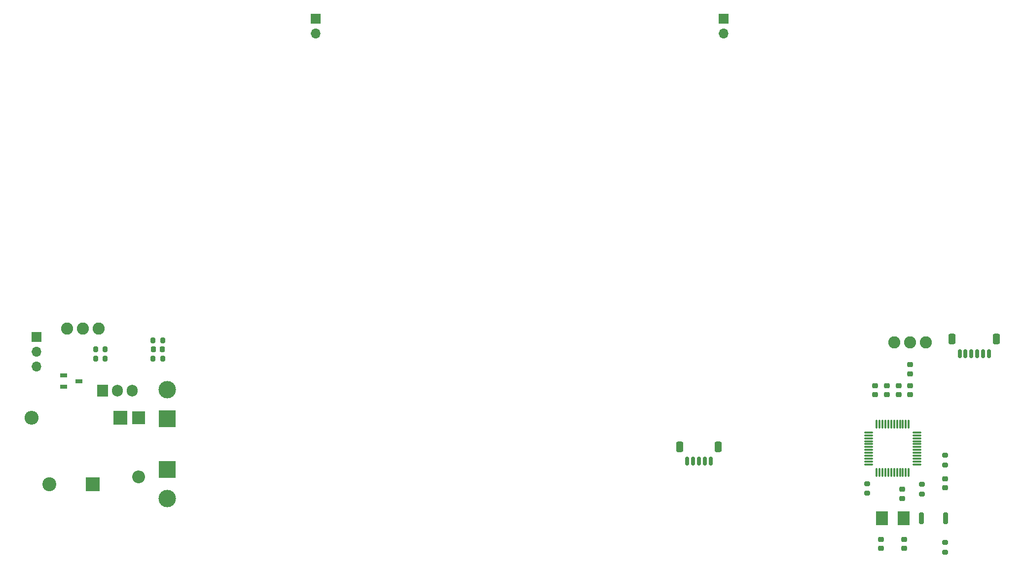
<source format=gts>
%TF.GenerationSoftware,KiCad,Pcbnew,(6.0.7-1)-1*%
%TF.CreationDate,2023-02-20T20:57:27+08:00*%
%TF.ProjectId,layer1,6c617965-7231-42e6-9b69-6361645f7063,1.1*%
%TF.SameCoordinates,Original*%
%TF.FileFunction,Soldermask,Top*%
%TF.FilePolarity,Negative*%
%FSLAX46Y46*%
G04 Gerber Fmt 4.6, Leading zero omitted, Abs format (unit mm)*
G04 Created by KiCad (PCBNEW (6.0.7-1)-1) date 2023-02-20 20:57:27*
%MOMM*%
%LPD*%
G01*
G04 APERTURE LIST*
G04 Aperture macros list*
%AMRoundRect*
0 Rectangle with rounded corners*
0 $1 Rounding radius*
0 $2 $3 $4 $5 $6 $7 $8 $9 X,Y pos of 4 corners*
0 Add a 4 corners polygon primitive as box body*
4,1,4,$2,$3,$4,$5,$6,$7,$8,$9,$2,$3,0*
0 Add four circle primitives for the rounded corners*
1,1,$1+$1,$2,$3*
1,1,$1+$1,$4,$5*
1,1,$1+$1,$6,$7*
1,1,$1+$1,$8,$9*
0 Add four rect primitives between the rounded corners*
20,1,$1+$1,$2,$3,$4,$5,0*
20,1,$1+$1,$4,$5,$6,$7,0*
20,1,$1+$1,$6,$7,$8,$9,0*
20,1,$1+$1,$8,$9,$2,$3,0*%
G04 Aperture macros list end*
%ADD10RoundRect,0.225000X0.250000X-0.225000X0.250000X0.225000X-0.250000X0.225000X-0.250000X-0.225000X0*%
%ADD11RoundRect,0.200000X-0.275000X0.200000X-0.275000X-0.200000X0.275000X-0.200000X0.275000X0.200000X0*%
%ADD12R,1.905000X2.000000*%
%ADD13O,1.905000X2.000000*%
%ADD14R,1.700000X1.700000*%
%ADD15O,1.700000X1.700000*%
%ADD16RoundRect,0.200000X0.275000X-0.200000X0.275000X0.200000X-0.275000X0.200000X-0.275000X-0.200000X0*%
%ADD17RoundRect,0.200000X0.200000X0.275000X-0.200000X0.275000X-0.200000X-0.275000X0.200000X-0.275000X0*%
%ADD18RoundRect,0.200000X0.200000X0.800000X-0.200000X0.800000X-0.200000X-0.800000X0.200000X-0.800000X0*%
%ADD19R,3.000000X3.000000*%
%ADD20C,3.000000*%
%ADD21RoundRect,0.150000X-0.150000X-0.625000X0.150000X-0.625000X0.150000X0.625000X-0.150000X0.625000X0*%
%ADD22RoundRect,0.250000X-0.350000X-0.650000X0.350000X-0.650000X0.350000X0.650000X-0.350000X0.650000X0*%
%ADD23R,2.400000X2.400000*%
%ADD24O,2.400000X2.400000*%
%ADD25RoundRect,0.225000X-0.250000X0.225000X-0.250000X-0.225000X0.250000X-0.225000X0.250000X0.225000X0*%
%ADD26RoundRect,0.225000X-0.225000X-0.250000X0.225000X-0.250000X0.225000X0.250000X-0.225000X0.250000X0*%
%ADD27RoundRect,0.075000X0.075000X-0.662500X0.075000X0.662500X-0.075000X0.662500X-0.075000X-0.662500X0*%
%ADD28RoundRect,0.075000X0.662500X-0.075000X0.662500X0.075000X-0.662500X0.075000X-0.662500X-0.075000X0*%
%ADD29RoundRect,0.200000X-0.200000X-0.275000X0.200000X-0.275000X0.200000X0.275000X-0.200000X0.275000X0*%
%ADD30R,1.220000X0.650000*%
%ADD31R,2.000000X2.400000*%
%ADD32R,2.200000X2.200000*%
%ADD33O,2.200000X2.200000*%
%ADD34C,2.082800*%
%ADD35C,2.400000*%
%ADD36RoundRect,0.218750X0.256250X-0.218750X0.256250X0.218750X-0.256250X0.218750X-0.256250X-0.218750X0*%
G04 APERTURE END LIST*
D10*
X172000001Y-128775000D03*
X172000001Y-127225000D03*
D11*
X169650001Y-117664800D03*
X169650001Y-119314800D03*
D12*
X38360000Y-101650000D03*
D13*
X40900000Y-101650000D03*
X43440000Y-101650000D03*
D10*
X175650001Y-120189800D03*
X175650001Y-118639800D03*
D14*
X145000000Y-37725000D03*
D15*
X145000000Y-40265000D03*
D10*
X176000001Y-128775000D03*
X176000001Y-127225000D03*
D16*
X179000001Y-119439800D03*
X179000001Y-117789800D03*
D17*
X48675000Y-93050000D03*
X47025000Y-93050000D03*
D18*
X183099999Y-123614799D03*
X178899999Y-123614799D03*
D19*
X49500000Y-106550000D03*
D20*
X49500000Y-101550000D03*
D14*
X75000000Y-37725000D03*
D15*
X75000000Y-40265000D03*
D11*
X183000002Y-112789797D03*
X183000002Y-114439797D03*
D19*
X49500000Y-115250000D03*
D20*
X49500000Y-120250000D03*
D21*
X138750000Y-113825000D03*
X139750000Y-113825000D03*
X140750000Y-113825000D03*
X141750000Y-113825000D03*
X142750000Y-113825000D03*
D22*
X144050000Y-111300000D03*
X137450000Y-111300000D03*
D14*
X27000000Y-92475000D03*
D15*
X27000000Y-95015000D03*
X27000000Y-97555000D03*
D10*
X177000001Y-102389798D03*
X177000001Y-100839798D03*
D23*
X41400000Y-106350000D03*
D24*
X26160000Y-106350000D03*
D25*
X173000002Y-100839799D03*
X173000002Y-102389799D03*
X175000001Y-100839799D03*
X175000001Y-102389799D03*
X177000001Y-97225000D03*
X177000001Y-98775000D03*
D17*
X38825000Y-96150000D03*
X37175000Y-96150000D03*
D26*
X47075000Y-94600000D03*
X48625000Y-94600000D03*
D27*
X171250001Y-115777299D03*
X171750001Y-115777299D03*
X172250001Y-115777299D03*
X172750001Y-115777299D03*
X173250001Y-115777299D03*
X173750001Y-115777299D03*
X174250001Y-115777299D03*
X174750001Y-115777299D03*
X175250001Y-115777299D03*
X175750001Y-115777299D03*
X176250001Y-115777299D03*
X176750001Y-115777299D03*
D28*
X178162501Y-114364799D03*
X178162501Y-113864799D03*
X178162501Y-113364799D03*
X178162501Y-112864799D03*
X178162501Y-112364799D03*
X178162501Y-111864799D03*
X178162501Y-111364799D03*
X178162501Y-110864799D03*
X178162501Y-110364799D03*
X178162501Y-109864799D03*
X178162501Y-109364799D03*
X178162501Y-108864799D03*
D27*
X176750001Y-107452299D03*
X176250001Y-107452299D03*
X175750001Y-107452299D03*
X175250001Y-107452299D03*
X174750001Y-107452299D03*
X174250001Y-107452299D03*
X173750001Y-107452299D03*
X173250001Y-107452299D03*
X172750001Y-107452299D03*
X172250001Y-107452299D03*
X171750001Y-107452299D03*
X171250001Y-107452299D03*
D28*
X169837501Y-108864799D03*
X169837501Y-109364799D03*
X169837501Y-109864799D03*
X169837501Y-110364799D03*
X169837501Y-110864799D03*
X169837501Y-111364799D03*
X169837501Y-111864799D03*
X169837501Y-112364799D03*
X169837501Y-112864799D03*
X169837501Y-113364799D03*
X169837501Y-113864799D03*
X169837501Y-114364799D03*
D29*
X47025000Y-96150000D03*
X48675000Y-96150000D03*
X37175000Y-94600000D03*
X38825000Y-94600000D03*
D30*
X31690000Y-99100000D03*
X31690000Y-101000000D03*
X34310000Y-100050000D03*
D31*
X175850001Y-123614799D03*
X172150001Y-123614799D03*
D32*
X44550000Y-106320000D03*
D33*
X44550000Y-116480000D03*
D25*
X171000002Y-100839797D03*
X171000002Y-102389797D03*
D16*
X183000001Y-129439800D03*
X183000001Y-127789800D03*
D34*
X32282200Y-91000000D03*
X35000000Y-91000000D03*
X37717800Y-91000000D03*
X174282201Y-93364798D03*
X177000001Y-93364798D03*
X179717801Y-93364798D03*
D21*
X185500000Y-95325000D03*
X186500000Y-95325000D03*
X187500000Y-95325000D03*
X188500000Y-95325000D03*
X189500000Y-95325000D03*
X190500000Y-95325000D03*
D22*
X184200000Y-92800000D03*
X191800000Y-92800000D03*
D23*
X36712754Y-117750000D03*
D35*
X29212754Y-117750000D03*
D36*
X183000001Y-118402298D03*
X183000001Y-116827298D03*
M02*

</source>
